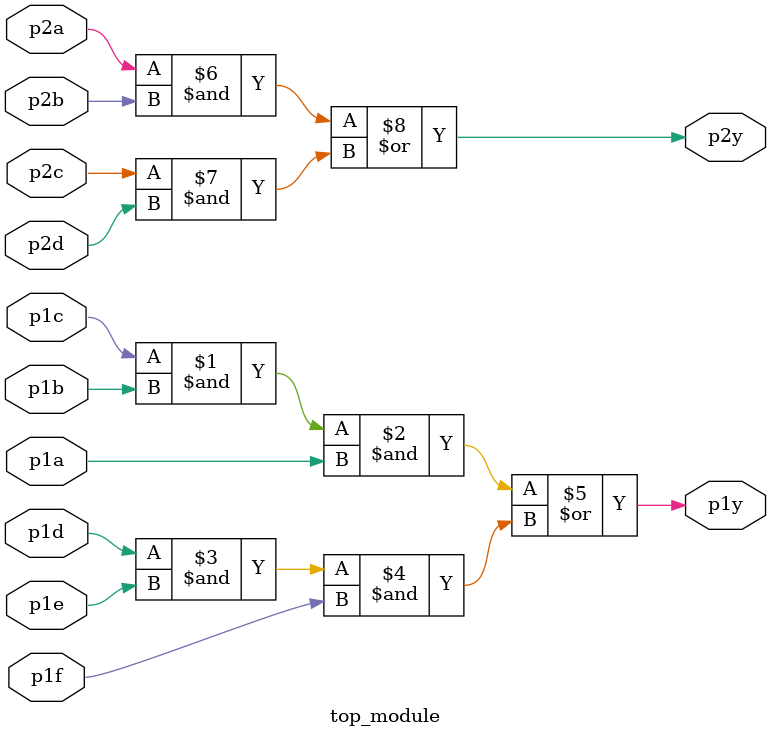
<source format=v>
module top_module ( 
    input p1a, p1b, p1c, p1d, p1e, p1f,
    output p1y,
    input p2a, p2b, p2c, p2d,
    output p2y );
    assign p1y = (p1c & p1b & p1a) | (p1d & p1e & p1f);
    assign p2y = (p2a & p2b) | (p2c & p2d);

endmodule
</source>
